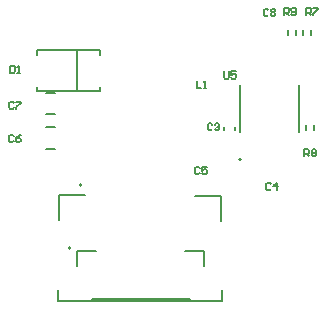
<source format=gto>
G04*
G04 #@! TF.GenerationSoftware,Altium Limited,Altium Designer,21.6.1 (37)*
G04*
G04 Layer_Color=65535*
%FSLAX44Y44*%
%MOMM*%
G71*
G04*
G04 #@! TF.SameCoordinates,4ABF761C-D1B2-43E9-9F85-C7646A4A9D86*
G04*
G04*
G04 #@! TF.FilePolarity,Positive*
G04*
G01*
G75*
%ADD10C,0.2000*%
%ADD11C,0.1270*%
%ADD12C,0.1500*%
%ADD13C,0.1800*%
D10*
X230675Y117750D02*
G03*
X230675Y117750I-1000J0D01*
G01*
X240000Y171000D02*
G03*
X240000Y171000I-1000J0D01*
G01*
X374950Y192800D02*
G03*
X374950Y192800I-1000J0D01*
G01*
X427000Y298000D02*
Y302000D01*
X434000Y298000D02*
Y302000D01*
X437000Y217500D02*
Y221500D01*
X430000Y217500D02*
Y221500D01*
X421250Y298250D02*
Y302250D01*
X414250Y298250D02*
Y302250D01*
D11*
X248750Y74750D02*
X331250D01*
X236250Y102750D02*
Y115250D01*
X343750Y102750D02*
Y115250D01*
X236250D02*
X252250D01*
X327750D02*
X343750D01*
X220000Y73000D02*
X358500D01*
X359000Y73500D02*
Y82500D01*
X358500Y73000D02*
X359000Y73500D01*
X220000Y73000D02*
Y82500D01*
X220500Y162500D02*
X243000D01*
X220500Y141500D02*
Y162500D01*
X335500Y162000D02*
X358000D01*
Y141000D02*
Y162000D01*
X373750Y216000D02*
Y256000D01*
X424250Y216000D02*
Y256000D01*
X369500Y217500D02*
Y220500D01*
X360500Y217500D02*
Y220500D01*
X209710Y202000D02*
X216910D01*
X209710Y220000D02*
X216910D01*
X209900Y231000D02*
X217100D01*
X209900Y249000D02*
X217100D01*
D12*
X201750Y281500D02*
Y285500D01*
X255750Y281500D02*
Y285500D01*
Y250500D02*
Y254500D01*
X201750Y250500D02*
Y254500D01*
X237750Y285500D02*
X239250D01*
X236250Y250500D02*
X237750D01*
X236250D02*
Y285500D01*
X201750Y250500D02*
X236250D01*
X237750D02*
X239250D01*
X255750D01*
X239250Y285500D02*
X255750D01*
X236250D02*
X237750D01*
X201750D02*
X236250D01*
D13*
X411252Y315001D02*
Y320999D01*
X414251D01*
X415250Y319999D01*
Y318000D01*
X414251Y317000D01*
X411252D01*
X413251D02*
X415250Y315001D01*
X417250Y316001D02*
X418249Y315001D01*
X420249D01*
X421248Y316001D01*
Y319999D01*
X420249Y320999D01*
X418249D01*
X417250Y319999D01*
Y319000D01*
X418249Y318000D01*
X421248D01*
X430002Y315001D02*
Y320999D01*
X433001D01*
X434000Y319999D01*
Y318000D01*
X433001Y317000D01*
X430002D01*
X432001D02*
X434000Y315001D01*
X436000Y320999D02*
X439998D01*
Y319999D01*
X436000Y316001D01*
Y315001D01*
X350500Y222249D02*
X349501Y223249D01*
X347501D01*
X346502Y222249D01*
Y218251D01*
X347501Y217251D01*
X349501D01*
X350500Y218251D01*
X352500Y222249D02*
X353499Y223249D01*
X355499D01*
X356498Y222249D01*
Y221250D01*
X355499Y220250D01*
X354499D01*
X355499D01*
X356498Y219250D01*
Y218251D01*
X355499Y217251D01*
X353499D01*
X352500Y218251D01*
X400000Y171999D02*
X399001Y172999D01*
X397001D01*
X396002Y171999D01*
Y168001D01*
X397001Y167001D01*
X399001D01*
X400000Y168001D01*
X404999Y167001D02*
Y172999D01*
X402000Y170000D01*
X405998D01*
X339750Y185249D02*
X338751Y186249D01*
X336751D01*
X335752Y185249D01*
Y181251D01*
X336751Y180251D01*
X338751D01*
X339750Y181251D01*
X345748Y186249D02*
X341750D01*
Y183250D01*
X343749Y184250D01*
X344749D01*
X345748Y183250D01*
Y181251D01*
X344749Y180251D01*
X342749D01*
X341750Y181251D01*
X182250Y212749D02*
X181251Y213749D01*
X179251D01*
X178252Y212749D01*
Y208751D01*
X179251Y207751D01*
X181251D01*
X182250Y208751D01*
X188248Y213749D02*
X186249Y212749D01*
X184250Y210750D01*
Y208751D01*
X185249Y207751D01*
X187249D01*
X188248Y208751D01*
Y209750D01*
X187249Y210750D01*
X184250D01*
X182500Y240749D02*
X181501Y241749D01*
X179501D01*
X178502Y240749D01*
Y236751D01*
X179501Y235751D01*
X181501D01*
X182500Y236751D01*
X184500Y241749D02*
X188498D01*
Y240749D01*
X184500Y236751D01*
Y235751D01*
X398000Y319249D02*
X397001Y320249D01*
X395001D01*
X394002Y319249D01*
Y315251D01*
X395001Y314251D01*
X397001D01*
X398000Y315251D01*
X400000Y319249D02*
X400999Y320249D01*
X402999D01*
X403998Y319249D01*
Y318250D01*
X402999Y317250D01*
X403998Y316250D01*
Y315251D01*
X402999Y314251D01*
X400999D01*
X400000Y315251D01*
Y316250D01*
X400999Y317250D01*
X400000Y318250D01*
Y319249D01*
X400999Y317250D02*
X402999D01*
X179501Y272249D02*
Y266251D01*
X182500D01*
X183500Y267251D01*
Y271249D01*
X182500Y272249D01*
X179501D01*
X185499Y266251D02*
X187499D01*
X186499D01*
Y272249D01*
X185499Y271249D01*
X428502Y195251D02*
Y201249D01*
X431501D01*
X432500Y200249D01*
Y198250D01*
X431501Y197250D01*
X428502D01*
X430501D02*
X432500Y195251D01*
X434500Y200249D02*
X435499Y201249D01*
X437499D01*
X438498Y200249D01*
Y199250D01*
X437499Y198250D01*
X438498Y197250D01*
Y196251D01*
X437499Y195251D01*
X435499D01*
X434500Y196251D01*
Y197250D01*
X435499Y198250D01*
X434500Y199250D01*
Y200249D01*
X435499Y198250D02*
X437499D01*
X360502Y267249D02*
Y262251D01*
X361501Y261251D01*
X363501D01*
X364500Y262251D01*
Y267249D01*
X370498D02*
X366500D01*
Y264250D01*
X368499Y265250D01*
X369499D01*
X370498Y264250D01*
Y262251D01*
X369499Y261251D01*
X367499D01*
X366500Y262251D01*
X337251Y259499D02*
Y253501D01*
X341250D01*
X343249D02*
X345249D01*
X344249D01*
Y259499D01*
X343249Y258499D01*
M02*

</source>
